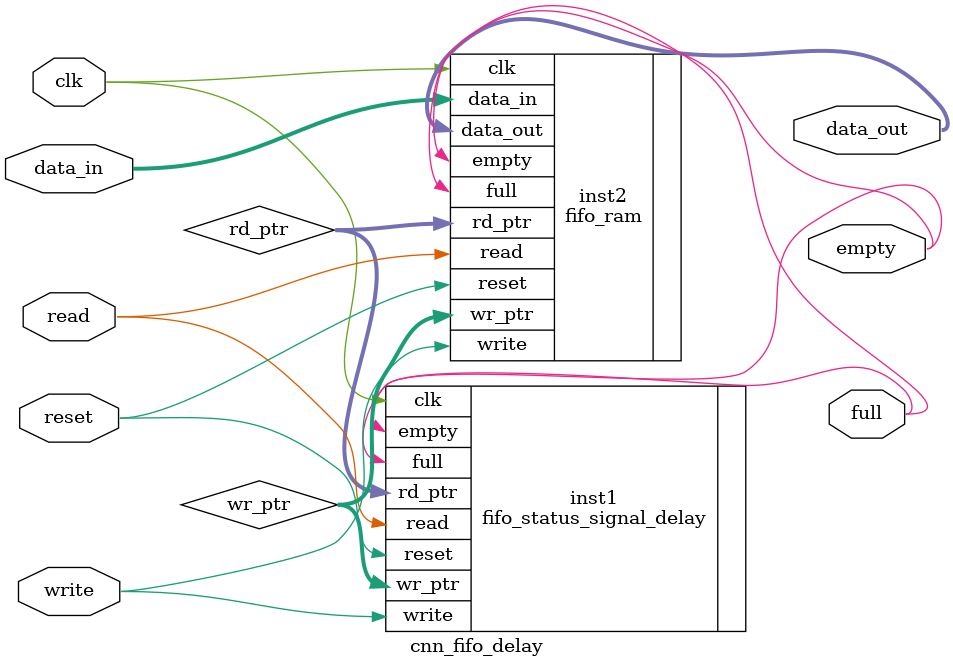
<source format=v>
module cnn_fifo_delay (
	//input
	 clk
	,reset
	,write
	,read
	,data_in
	//output
	,data_out
	,full
	,empty
);

/////////////////////////////////////////////////////////////////////////
// Parameter
parameter DATA_WIDTH    = 32;
parameter DATA_DEPTH    = 13;
parameter POINTER_WIDTH = 4;

/////////////////////////////////////////////////////////////////////////
// Input
input                  clk    ;
input                  reset  ;
input                  write  ;
input                  read   ;
input [DATA_WIDTH-1:0] data_in;

/////////////////////////////////////////////////////////////////////////
// Output
output [DATA_WIDTH-1:0] data_out;
output                  full    ;
output                  empty   ;

/////////////////////////////////////////////////////////////////////////
// Logic
wire                  clk    ;
wire                  reset  ;
wire                  write  ;
wire                  read   ;
wire [DATA_WIDTH-1:0] data_in;

wire [DATA_WIDTH-1:0] data_out;

wire                  full    ;
wire                  empty   ;

wire [POINTER_WIDTH-1:0] wr_ptr;
wire [POINTER_WIDTH-1:0] rd_ptr;

fifo_status_signal_delay #(
	.DATA_DEPTH   (DATA_DEPTH   ),
	.POINTER_WIDTH(POINTER_WIDTH)
) inst1 (
	//input
	.reset (reset ),
	.clk   (clk   ),
	.write (write ),
	.read  (read  ),
	.wr_ptr(wr_ptr),
	.rd_ptr(rd_ptr),
	//output
	.full  (full  ),
	.empty (empty )
);

fifo_ram #(
	.DATA_WIDTH   (DATA_WIDTH   ),
	.DATA_DEPTH   (DATA_DEPTH   ),
	.POINTER_WIDTH(POINTER_WIDTH)
) inst2 (
	//input
	.clk     (clk     ),
	.reset   (reset   ),
	.write   (write   ),
	.read    (read    ),
	.full    (full    ),
	.empty   (empty   ),
	.wr_ptr  (wr_ptr  ),
	.rd_ptr  (rd_ptr  ),
	.data_in (data_in ),
	//output
	.data_out(data_out)
);

endmodule
</source>
